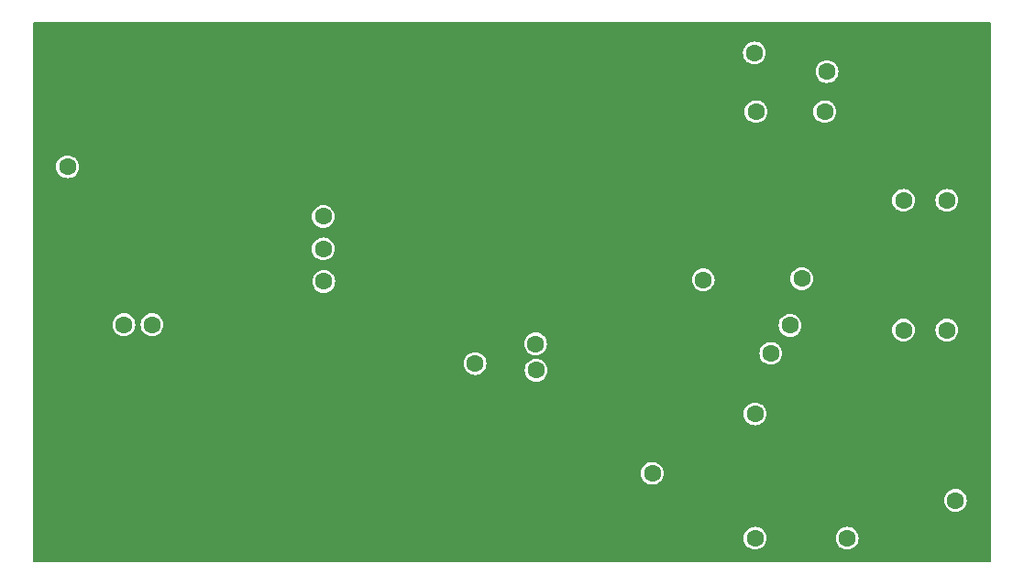
<source format=gbr>
%TF.GenerationSoftware,KiCad,Pcbnew,7.0.7*%
%TF.CreationDate,2023-12-25T15:57:39+03:00*%
%TF.ProjectId,Main_PCB_002,4d61696e-5f50-4434-925f-3030322e6b69,rev?*%
%TF.SameCoordinates,Original*%
%TF.FileFunction,Copper,L2,Bot*%
%TF.FilePolarity,Positive*%
%FSLAX46Y46*%
G04 Gerber Fmt 4.6, Leading zero omitted, Abs format (unit mm)*
G04 Created by KiCad (PCBNEW 7.0.7) date 2023-12-25 15:57:39*
%MOMM*%
%LPD*%
G01*
G04 APERTURE LIST*
%TA.AperFunction,ComponentPad*%
%ADD10C,1.600000*%
%TD*%
G04 APERTURE END LIST*
D10*
%TO.P,D35,1,Conn*%
%TO.N,Net-(D35-Conn)*%
X173200000Y-127250000D03*
%TD*%
%TO.P,D34,1,Conn*%
%TO.N,Net-(D34-Conn)*%
X154700000Y-130750000D03*
%TD*%
%TO.P,D33,1,Conn*%
%TO.N,Net-(D33-Conn)*%
X163200000Y-130750000D03*
%TD*%
%TO.P,D32,1,Conn*%
%TO.N,Net-(D32-Conn)*%
X145200000Y-124750000D03*
%TD*%
%TO.P,D5,1,Conn*%
%TO.N,Net-(D5-Conn)*%
X128838200Y-114600000D03*
%TD*%
%TO.P,D9,1,Conn*%
%TO.N,Net-(D9-Conn)*%
X161331700Y-87603650D03*
%TD*%
%TO.P,D19,1,Conn*%
%TO.N,GND2*%
X96500000Y-115900000D03*
%TD*%
%TO.P,D20,1,Conn*%
%TO.N,Net-(D17-Conn)*%
X114816000Y-101000000D03*
%TD*%
%TO.P,D2,1,Conn*%
%TO.N,Net-(D2-Conn)*%
X172400000Y-99500000D03*
%TD*%
%TO.P,D11,1,Conn*%
%TO.N,GND2*%
X164100000Y-122250000D03*
%TD*%
%TO.P,D1,1,Conn*%
%TO.N,Net-(D1-Conn)*%
X149900000Y-106847600D03*
%TD*%
%TO.P,D17,1,Conn*%
%TO.N,Net-(D17-Conn)*%
X96400000Y-111000000D03*
%TD*%
%TO.P,D3,1,Conn*%
%TO.N,Net-(D3-Conn)*%
X168400000Y-111500000D03*
%TD*%
%TO.P,D14,1,Conn*%
%TO.N,Net-(D14-Conn)*%
X156143950Y-113654800D03*
%TD*%
%TO.P,D22,1,Conn*%
%TO.N,Net-(D22-Conn)*%
X114866800Y-107000000D03*
%TD*%
%TO.P,D15,1,Conn*%
%TO.N,Net-(D15-Conn)*%
X154629300Y-85868050D03*
%TD*%
%TO.P,D26,1,Conn*%
%TO.N,GND2*%
X143500000Y-105000000D03*
%TD*%
%TO.P,D25,1,Conn*%
%TO.N,GND2*%
X121500000Y-93200000D03*
%TD*%
%TO.P,D8,1,Conn*%
%TO.N,Net-(D12-Conn)*%
X134417800Y-112773100D03*
%TD*%
%TO.P,D13,1,Conn*%
%TO.N,Net-(D13-Conn)*%
X157921950Y-111064000D03*
%TD*%
%TO.P,D31,1,Conn*%
%TO.N,GND2*%
X121000000Y-114700000D03*
%TD*%
%TO.P,D29,1,Conn*%
%TO.N,Net-(D29-Conn)*%
X161131700Y-91303650D03*
%TD*%
%TO.P,D7,1,Conn*%
%TO.N,Net-(D3-Conn)*%
X172400000Y-111500000D03*
%TD*%
%TO.P,D24,1,Conn*%
%TO.N,GND2*%
X99100000Y-115900000D03*
%TD*%
%TO.P,D6,1,Conn*%
%TO.N,Net-(D2-Conn)*%
X168400000Y-99500000D03*
%TD*%
%TO.P,D28,1,Conn*%
%TO.N,GND2*%
X91200000Y-109949200D03*
%TD*%
%TO.P,D16,1,Conn*%
%TO.N,Net-(D16-Conn)*%
X159000000Y-106750000D03*
%TD*%
%TO.P,D12,1,Conn*%
%TO.N,Net-(D12-Conn)*%
X134468600Y-115211500D03*
%TD*%
%TO.P,D21,1,Conn*%
%TO.N,Net-(D21-Conn)*%
X114816000Y-104000000D03*
%TD*%
%TO.P,D4,1,Conn*%
%TO.N,Net-(D4-Conn)*%
X154781700Y-91303650D03*
%TD*%
%TO.P,D10,1,Conn*%
%TO.N,Net-(D10-Conn)*%
X154700000Y-119250000D03*
%TD*%
%TO.P,D18,1,Conn*%
%TO.N,Net-(D17-Conn)*%
X99000000Y-111000000D03*
%TD*%
%TO.P,D27,1,Conn*%
%TO.N,Net-(D17-Conn)*%
X91200000Y-96400000D03*
%TD*%
%TO.P,D30,1,Conn*%
%TO.N,GND2*%
X154629300Y-88611250D03*
%TD*%
%TA.AperFunction,Conductor*%
%TO.N,GND2*%
G36*
X176432539Y-83030185D02*
G01*
X176478294Y-83082989D01*
X176489500Y-83134500D01*
X176489500Y-132865500D01*
X176469815Y-132932539D01*
X176417011Y-132978294D01*
X176365500Y-132989500D01*
X88134500Y-132989500D01*
X88067461Y-132969815D01*
X88021706Y-132917011D01*
X88010500Y-132865500D01*
X88010500Y-130749999D01*
X153644417Y-130749999D01*
X153664699Y-130955932D01*
X153664700Y-130955934D01*
X153724768Y-131153954D01*
X153822315Y-131336450D01*
X153822317Y-131336452D01*
X153953589Y-131496410D01*
X154050209Y-131575702D01*
X154113550Y-131627685D01*
X154296046Y-131725232D01*
X154494066Y-131785300D01*
X154494065Y-131785300D01*
X154512529Y-131787118D01*
X154700000Y-131805583D01*
X154905934Y-131785300D01*
X155103954Y-131725232D01*
X155286450Y-131627685D01*
X155446410Y-131496410D01*
X155577685Y-131336450D01*
X155675232Y-131153954D01*
X155735300Y-130955934D01*
X155755583Y-130750000D01*
X155755583Y-130749999D01*
X162144417Y-130749999D01*
X162164699Y-130955932D01*
X162164700Y-130955934D01*
X162224768Y-131153954D01*
X162322315Y-131336450D01*
X162322317Y-131336452D01*
X162453589Y-131496410D01*
X162550209Y-131575702D01*
X162613550Y-131627685D01*
X162796046Y-131725232D01*
X162994066Y-131785300D01*
X162994065Y-131785300D01*
X163012529Y-131787118D01*
X163200000Y-131805583D01*
X163405934Y-131785300D01*
X163603954Y-131725232D01*
X163786450Y-131627685D01*
X163946410Y-131496410D01*
X164077685Y-131336450D01*
X164175232Y-131153954D01*
X164235300Y-130955934D01*
X164255583Y-130750000D01*
X164235300Y-130544066D01*
X164175232Y-130346046D01*
X164077685Y-130163550D01*
X164025702Y-130100209D01*
X163946410Y-130003589D01*
X163786452Y-129872317D01*
X163786453Y-129872317D01*
X163786450Y-129872315D01*
X163603954Y-129774768D01*
X163405934Y-129714700D01*
X163405932Y-129714699D01*
X163405934Y-129714699D01*
X163200000Y-129694417D01*
X162994067Y-129714699D01*
X162796043Y-129774769D01*
X162685897Y-129833643D01*
X162613550Y-129872315D01*
X162613548Y-129872316D01*
X162613547Y-129872317D01*
X162453589Y-130003589D01*
X162322317Y-130163547D01*
X162224769Y-130346043D01*
X162164699Y-130544067D01*
X162144417Y-130749999D01*
X155755583Y-130749999D01*
X155735300Y-130544066D01*
X155675232Y-130346046D01*
X155577685Y-130163550D01*
X155525702Y-130100209D01*
X155446410Y-130003589D01*
X155286452Y-129872317D01*
X155286453Y-129872317D01*
X155286450Y-129872315D01*
X155103954Y-129774768D01*
X154905934Y-129714700D01*
X154905932Y-129714699D01*
X154905934Y-129714699D01*
X154700000Y-129694417D01*
X154494067Y-129714699D01*
X154296043Y-129774769D01*
X154185897Y-129833643D01*
X154113550Y-129872315D01*
X154113548Y-129872316D01*
X154113547Y-129872317D01*
X153953589Y-130003589D01*
X153822317Y-130163547D01*
X153724769Y-130346043D01*
X153664699Y-130544067D01*
X153644417Y-130749999D01*
X88010500Y-130749999D01*
X88010500Y-127249999D01*
X172144417Y-127249999D01*
X172164699Y-127455932D01*
X172164700Y-127455934D01*
X172224768Y-127653954D01*
X172322315Y-127836450D01*
X172322317Y-127836452D01*
X172453589Y-127996410D01*
X172550209Y-128075702D01*
X172613550Y-128127685D01*
X172796046Y-128225232D01*
X172994066Y-128285300D01*
X172994065Y-128285300D01*
X173012529Y-128287118D01*
X173200000Y-128305583D01*
X173405934Y-128285300D01*
X173603954Y-128225232D01*
X173786450Y-128127685D01*
X173946410Y-127996410D01*
X174077685Y-127836450D01*
X174175232Y-127653954D01*
X174235300Y-127455934D01*
X174255583Y-127250000D01*
X174235300Y-127044066D01*
X174175232Y-126846046D01*
X174077685Y-126663550D01*
X174025702Y-126600209D01*
X173946410Y-126503589D01*
X173786452Y-126372317D01*
X173786453Y-126372317D01*
X173786450Y-126372315D01*
X173603954Y-126274768D01*
X173405934Y-126214700D01*
X173405932Y-126214699D01*
X173405934Y-126214699D01*
X173200000Y-126194417D01*
X172994067Y-126214699D01*
X172796043Y-126274769D01*
X172685897Y-126333643D01*
X172613550Y-126372315D01*
X172613548Y-126372316D01*
X172613547Y-126372317D01*
X172453589Y-126503589D01*
X172322317Y-126663547D01*
X172224769Y-126846043D01*
X172164699Y-127044067D01*
X172144417Y-127249999D01*
X88010500Y-127249999D01*
X88010500Y-124750000D01*
X144144417Y-124750000D01*
X144164699Y-124955932D01*
X144164700Y-124955934D01*
X144224768Y-125153954D01*
X144322315Y-125336450D01*
X144322317Y-125336452D01*
X144453589Y-125496410D01*
X144550209Y-125575702D01*
X144613550Y-125627685D01*
X144796046Y-125725232D01*
X144994066Y-125785300D01*
X144994065Y-125785300D01*
X145012529Y-125787118D01*
X145200000Y-125805583D01*
X145405934Y-125785300D01*
X145603954Y-125725232D01*
X145786450Y-125627685D01*
X145946410Y-125496410D01*
X146077685Y-125336450D01*
X146175232Y-125153954D01*
X146235300Y-124955934D01*
X146255583Y-124750000D01*
X146235300Y-124544066D01*
X146175232Y-124346046D01*
X146077685Y-124163550D01*
X146025702Y-124100209D01*
X145946410Y-124003589D01*
X145786452Y-123872317D01*
X145786453Y-123872317D01*
X145786450Y-123872315D01*
X145603954Y-123774768D01*
X145405934Y-123714700D01*
X145405932Y-123714699D01*
X145405934Y-123714699D01*
X145218463Y-123696235D01*
X145200000Y-123694417D01*
X145199999Y-123694417D01*
X144994067Y-123714699D01*
X144796043Y-123774769D01*
X144685897Y-123833643D01*
X144613550Y-123872315D01*
X144613548Y-123872316D01*
X144613547Y-123872317D01*
X144453589Y-124003589D01*
X144322317Y-124163547D01*
X144224769Y-124346043D01*
X144164699Y-124544067D01*
X144144417Y-124750000D01*
X88010500Y-124750000D01*
X88010500Y-119250000D01*
X153644417Y-119250000D01*
X153664699Y-119455932D01*
X153664700Y-119455934D01*
X153724768Y-119653954D01*
X153822315Y-119836450D01*
X153822317Y-119836452D01*
X153953589Y-119996410D01*
X154050209Y-120075702D01*
X154113550Y-120127685D01*
X154296046Y-120225232D01*
X154494066Y-120285300D01*
X154494065Y-120285300D01*
X154512529Y-120287118D01*
X154700000Y-120305583D01*
X154905934Y-120285300D01*
X155103954Y-120225232D01*
X155286450Y-120127685D01*
X155446410Y-119996410D01*
X155577685Y-119836450D01*
X155675232Y-119653954D01*
X155735300Y-119455934D01*
X155755583Y-119250000D01*
X155735300Y-119044066D01*
X155675232Y-118846046D01*
X155577685Y-118663550D01*
X155525702Y-118600209D01*
X155446410Y-118503589D01*
X155286452Y-118372317D01*
X155286453Y-118372317D01*
X155286450Y-118372315D01*
X155103954Y-118274768D01*
X154905934Y-118214700D01*
X154905932Y-118214699D01*
X154905934Y-118214699D01*
X154700000Y-118194417D01*
X154494067Y-118214699D01*
X154296043Y-118274769D01*
X154185897Y-118333643D01*
X154113550Y-118372315D01*
X154113548Y-118372316D01*
X154113547Y-118372317D01*
X153953589Y-118503589D01*
X153822317Y-118663547D01*
X153724769Y-118846043D01*
X153664699Y-119044067D01*
X153644417Y-119250000D01*
X88010500Y-119250000D01*
X88010500Y-114600000D01*
X127782617Y-114600000D01*
X127802899Y-114805932D01*
X127802900Y-114805934D01*
X127862968Y-115003954D01*
X127960515Y-115186450D01*
X127960517Y-115186452D01*
X128091789Y-115346410D01*
X128188409Y-115425702D01*
X128251750Y-115477685D01*
X128434246Y-115575232D01*
X128632266Y-115635300D01*
X128632265Y-115635300D01*
X128650729Y-115637118D01*
X128838200Y-115655583D01*
X129044134Y-115635300D01*
X129242154Y-115575232D01*
X129424650Y-115477685D01*
X129584610Y-115346410D01*
X129695328Y-115211499D01*
X133413017Y-115211499D01*
X133433299Y-115417432D01*
X133433300Y-115417434D01*
X133493368Y-115615454D01*
X133590915Y-115797950D01*
X133590917Y-115797952D01*
X133722189Y-115957910D01*
X133818809Y-116037202D01*
X133882150Y-116089185D01*
X134064646Y-116186732D01*
X134262666Y-116246800D01*
X134262665Y-116246800D01*
X134281129Y-116248618D01*
X134468600Y-116267083D01*
X134674534Y-116246800D01*
X134872554Y-116186732D01*
X135055050Y-116089185D01*
X135215010Y-115957910D01*
X135346285Y-115797950D01*
X135443832Y-115615454D01*
X135503900Y-115417434D01*
X135524183Y-115211500D01*
X135503900Y-115005566D01*
X135443832Y-114807546D01*
X135346285Y-114625050D01*
X135294302Y-114561709D01*
X135215010Y-114465089D01*
X135055052Y-114333817D01*
X135055053Y-114333817D01*
X135055050Y-114333815D01*
X134872554Y-114236268D01*
X134674534Y-114176200D01*
X134674532Y-114176199D01*
X134674534Y-114176199D01*
X134468600Y-114155917D01*
X134262667Y-114176199D01*
X134064643Y-114236269D01*
X133954498Y-114295143D01*
X133882150Y-114333815D01*
X133882148Y-114333816D01*
X133882147Y-114333817D01*
X133722189Y-114465089D01*
X133590917Y-114625047D01*
X133493369Y-114807543D01*
X133433299Y-115005567D01*
X133413017Y-115211499D01*
X129695328Y-115211499D01*
X129715885Y-115186450D01*
X129813432Y-115003954D01*
X129873500Y-114805934D01*
X129893783Y-114600000D01*
X129873500Y-114394066D01*
X129813432Y-114196046D01*
X129715885Y-114013550D01*
X129663902Y-113950209D01*
X129584610Y-113853589D01*
X129456352Y-113748332D01*
X129424650Y-113722315D01*
X129242154Y-113624768D01*
X129044134Y-113564700D01*
X129044132Y-113564699D01*
X129044134Y-113564699D01*
X128838200Y-113544417D01*
X128632267Y-113564699D01*
X128434243Y-113624769D01*
X128324098Y-113683643D01*
X128251750Y-113722315D01*
X128251748Y-113722316D01*
X128251747Y-113722317D01*
X128091789Y-113853589D01*
X127960517Y-114013547D01*
X127862969Y-114196043D01*
X127802899Y-114394067D01*
X127782617Y-114600000D01*
X88010500Y-114600000D01*
X88010500Y-112773100D01*
X133362217Y-112773100D01*
X133362613Y-112777117D01*
X133382499Y-112979032D01*
X133382500Y-112979034D01*
X133442568Y-113177054D01*
X133540115Y-113359550D01*
X133540117Y-113359552D01*
X133671389Y-113519510D01*
X133768009Y-113598802D01*
X133831350Y-113650785D01*
X134013846Y-113748332D01*
X134211866Y-113808400D01*
X134211865Y-113808400D01*
X134230329Y-113810218D01*
X134417800Y-113828683D01*
X134623734Y-113808400D01*
X134821754Y-113748332D01*
X134996739Y-113654800D01*
X155088367Y-113654800D01*
X155108649Y-113860732D01*
X155108650Y-113860734D01*
X155168718Y-114058754D01*
X155266265Y-114241250D01*
X155266267Y-114241252D01*
X155397539Y-114401210D01*
X155475377Y-114465089D01*
X155557500Y-114532485D01*
X155739996Y-114630032D01*
X155938016Y-114690100D01*
X155938015Y-114690100D01*
X155958297Y-114692097D01*
X156143950Y-114710383D01*
X156349884Y-114690100D01*
X156547904Y-114630032D01*
X156730400Y-114532485D01*
X156890360Y-114401210D01*
X157021635Y-114241250D01*
X157119182Y-114058754D01*
X157179250Y-113860734D01*
X157199533Y-113654800D01*
X157179250Y-113448866D01*
X157119182Y-113250846D01*
X157021635Y-113068350D01*
X156948334Y-112979032D01*
X156890360Y-112908389D01*
X156730402Y-112777117D01*
X156730403Y-112777117D01*
X156730400Y-112777115D01*
X156547904Y-112679568D01*
X156349884Y-112619500D01*
X156349882Y-112619499D01*
X156349884Y-112619499D01*
X156162413Y-112601035D01*
X156143950Y-112599217D01*
X156143949Y-112599217D01*
X155938017Y-112619499D01*
X155739993Y-112679569D01*
X155629848Y-112738443D01*
X155557500Y-112777115D01*
X155557498Y-112777116D01*
X155557497Y-112777117D01*
X155397539Y-112908389D01*
X155266267Y-113068347D01*
X155168719Y-113250843D01*
X155108649Y-113448867D01*
X155088367Y-113654800D01*
X134996739Y-113654800D01*
X135004250Y-113650785D01*
X135164210Y-113519510D01*
X135295485Y-113359550D01*
X135393032Y-113177054D01*
X135453100Y-112979034D01*
X135473383Y-112773100D01*
X135453100Y-112567166D01*
X135393032Y-112369146D01*
X135295485Y-112186650D01*
X135213255Y-112086452D01*
X135164210Y-112026689D01*
X135004252Y-111895417D01*
X135004253Y-111895417D01*
X135004250Y-111895415D01*
X134821754Y-111797868D01*
X134623734Y-111737800D01*
X134623732Y-111737799D01*
X134623734Y-111737799D01*
X134436263Y-111719335D01*
X134417800Y-111717517D01*
X134417799Y-111717517D01*
X134211867Y-111737799D01*
X134013843Y-111797869D01*
X133903698Y-111856743D01*
X133831350Y-111895415D01*
X133831348Y-111895416D01*
X133831347Y-111895417D01*
X133671389Y-112026689D01*
X133540117Y-112186647D01*
X133442569Y-112369143D01*
X133382499Y-112567167D01*
X133377345Y-112619500D01*
X133362217Y-112773100D01*
X88010500Y-112773100D01*
X88010500Y-110999999D01*
X95344417Y-110999999D01*
X95364699Y-111205932D01*
X95394734Y-111304943D01*
X95424768Y-111403954D01*
X95522315Y-111586450D01*
X95522317Y-111586452D01*
X95653589Y-111746410D01*
X95750209Y-111825702D01*
X95813550Y-111877685D01*
X95996046Y-111975232D01*
X96194066Y-112035300D01*
X96194065Y-112035300D01*
X96212529Y-112037118D01*
X96400000Y-112055583D01*
X96605934Y-112035300D01*
X96803954Y-111975232D01*
X96986450Y-111877685D01*
X97146410Y-111746410D01*
X97277685Y-111586450D01*
X97375232Y-111403954D01*
X97435300Y-111205934D01*
X97455583Y-111000000D01*
X97944417Y-111000000D01*
X97964699Y-111205932D01*
X97994734Y-111304943D01*
X98024768Y-111403954D01*
X98122315Y-111586450D01*
X98122317Y-111586452D01*
X98253589Y-111746410D01*
X98350209Y-111825702D01*
X98413550Y-111877685D01*
X98596046Y-111975232D01*
X98794066Y-112035300D01*
X98794065Y-112035300D01*
X98814347Y-112037297D01*
X99000000Y-112055583D01*
X99205934Y-112035300D01*
X99403954Y-111975232D01*
X99586450Y-111877685D01*
X99746410Y-111746410D01*
X99877685Y-111586450D01*
X99975232Y-111403954D01*
X100035300Y-111205934D01*
X100049280Y-111063999D01*
X156866367Y-111063999D01*
X156886649Y-111269932D01*
X156916684Y-111368943D01*
X156946718Y-111467954D01*
X157044265Y-111650450D01*
X157044267Y-111650452D01*
X157175539Y-111810410D01*
X157257512Y-111877682D01*
X157335500Y-111941685D01*
X157517996Y-112039232D01*
X157716016Y-112099300D01*
X157716015Y-112099300D01*
X157736298Y-112101297D01*
X157921950Y-112119583D01*
X158127884Y-112099300D01*
X158325904Y-112039232D01*
X158508400Y-111941685D01*
X158668360Y-111810410D01*
X158799635Y-111650450D01*
X158880053Y-111500000D01*
X167344417Y-111500000D01*
X167364699Y-111705932D01*
X167374366Y-111737799D01*
X167424768Y-111903954D01*
X167522315Y-112086450D01*
X167522317Y-112086452D01*
X167653589Y-112246410D01*
X167750209Y-112325702D01*
X167813550Y-112377685D01*
X167996046Y-112475232D01*
X168194066Y-112535300D01*
X168194065Y-112535300D01*
X168214348Y-112537297D01*
X168400000Y-112555583D01*
X168605934Y-112535300D01*
X168803954Y-112475232D01*
X168986450Y-112377685D01*
X169146410Y-112246410D01*
X169277685Y-112086450D01*
X169375232Y-111903954D01*
X169435300Y-111705934D01*
X169455583Y-111500000D01*
X171344417Y-111500000D01*
X171364699Y-111705932D01*
X171374366Y-111737799D01*
X171424768Y-111903954D01*
X171522315Y-112086450D01*
X171522317Y-112086452D01*
X171653589Y-112246410D01*
X171750209Y-112325702D01*
X171813550Y-112377685D01*
X171996046Y-112475232D01*
X172194066Y-112535300D01*
X172194065Y-112535300D01*
X172214348Y-112537297D01*
X172400000Y-112555583D01*
X172605934Y-112535300D01*
X172803954Y-112475232D01*
X172986450Y-112377685D01*
X173146410Y-112246410D01*
X173277685Y-112086450D01*
X173375232Y-111903954D01*
X173435300Y-111705934D01*
X173455583Y-111500000D01*
X173435300Y-111294066D01*
X173375232Y-111096046D01*
X173277685Y-110913550D01*
X173225702Y-110850209D01*
X173146410Y-110753589D01*
X172986452Y-110622317D01*
X172986453Y-110622317D01*
X172986450Y-110622315D01*
X172803954Y-110524768D01*
X172605934Y-110464700D01*
X172605932Y-110464699D01*
X172605934Y-110464699D01*
X172400000Y-110444417D01*
X172194067Y-110464699D01*
X171996043Y-110524769D01*
X171885897Y-110583643D01*
X171813550Y-110622315D01*
X171813548Y-110622316D01*
X171813547Y-110622317D01*
X171653589Y-110753589D01*
X171522317Y-110913547D01*
X171424769Y-111096043D01*
X171364699Y-111294067D01*
X171344417Y-111500000D01*
X169455583Y-111500000D01*
X169435300Y-111294066D01*
X169375232Y-111096046D01*
X169277685Y-110913550D01*
X169225702Y-110850209D01*
X169146410Y-110753589D01*
X168986452Y-110622317D01*
X168986453Y-110622317D01*
X168986450Y-110622315D01*
X168803954Y-110524768D01*
X168605934Y-110464700D01*
X168605932Y-110464699D01*
X168605934Y-110464699D01*
X168418463Y-110446235D01*
X168400000Y-110444417D01*
X168399999Y-110444417D01*
X168194067Y-110464699D01*
X167996043Y-110524769D01*
X167885897Y-110583643D01*
X167813550Y-110622315D01*
X167813548Y-110622316D01*
X167813547Y-110622317D01*
X167653589Y-110753589D01*
X167522317Y-110913547D01*
X167424769Y-111096043D01*
X167364699Y-111294067D01*
X167344417Y-111500000D01*
X158880053Y-111500000D01*
X158897182Y-111467954D01*
X158957250Y-111269934D01*
X158977533Y-111064000D01*
X158957250Y-110858066D01*
X158897182Y-110660046D01*
X158799635Y-110477550D01*
X158747109Y-110413547D01*
X158668360Y-110317589D01*
X158508402Y-110186317D01*
X158508403Y-110186317D01*
X158508400Y-110186315D01*
X158325904Y-110088768D01*
X158127884Y-110028700D01*
X158127882Y-110028699D01*
X158127884Y-110028699D01*
X157921950Y-110008417D01*
X157716017Y-110028699D01*
X157517993Y-110088769D01*
X157407848Y-110147643D01*
X157335500Y-110186315D01*
X157335498Y-110186316D01*
X157335497Y-110186317D01*
X157175539Y-110317589D01*
X157044267Y-110477547D01*
X156946719Y-110660043D01*
X156886649Y-110858067D01*
X156866367Y-111063999D01*
X100049280Y-111063999D01*
X100055583Y-111000000D01*
X100035300Y-110794066D01*
X99975232Y-110596046D01*
X99877685Y-110413550D01*
X99798933Y-110317590D01*
X99746410Y-110253589D01*
X99586452Y-110122317D01*
X99586453Y-110122317D01*
X99586450Y-110122315D01*
X99403954Y-110024768D01*
X99205934Y-109964700D01*
X99205932Y-109964699D01*
X99205934Y-109964699D01*
X99018463Y-109946235D01*
X99000000Y-109944417D01*
X98999999Y-109944417D01*
X98794067Y-109964699D01*
X98596043Y-110024769D01*
X98485897Y-110083643D01*
X98413550Y-110122315D01*
X98413548Y-110122316D01*
X98413547Y-110122317D01*
X98253589Y-110253589D01*
X98122317Y-110413547D01*
X98024769Y-110596043D01*
X97964699Y-110794067D01*
X97944417Y-111000000D01*
X97455583Y-111000000D01*
X97435300Y-110794066D01*
X97375232Y-110596046D01*
X97277685Y-110413550D01*
X97198933Y-110317590D01*
X97146410Y-110253589D01*
X96986452Y-110122317D01*
X96986453Y-110122317D01*
X96986450Y-110122315D01*
X96803954Y-110024768D01*
X96605934Y-109964700D01*
X96605932Y-109964699D01*
X96605934Y-109964699D01*
X96400000Y-109944417D01*
X96194067Y-109964699D01*
X95996043Y-110024769D01*
X95885897Y-110083643D01*
X95813550Y-110122315D01*
X95813548Y-110122316D01*
X95813547Y-110122317D01*
X95653589Y-110253589D01*
X95522317Y-110413547D01*
X95424769Y-110596043D01*
X95364699Y-110794067D01*
X95344417Y-110999999D01*
X88010500Y-110999999D01*
X88010500Y-106999999D01*
X113811217Y-106999999D01*
X113831499Y-107205932D01*
X113845339Y-107251556D01*
X113891568Y-107403954D01*
X113989115Y-107586450D01*
X114022953Y-107627682D01*
X114120389Y-107746410D01*
X114192493Y-107805583D01*
X114280350Y-107877685D01*
X114462846Y-107975232D01*
X114660866Y-108035300D01*
X114660865Y-108035300D01*
X114681148Y-108037297D01*
X114866800Y-108055583D01*
X115072734Y-108035300D01*
X115270754Y-107975232D01*
X115453250Y-107877685D01*
X115613210Y-107746410D01*
X115744485Y-107586450D01*
X115842032Y-107403954D01*
X115902100Y-107205934D01*
X115922383Y-107000000D01*
X115907373Y-106847600D01*
X148844417Y-106847600D01*
X148864699Y-107053532D01*
X148864700Y-107053534D01*
X148924768Y-107251554D01*
X149022315Y-107434050D01*
X149022317Y-107434052D01*
X149153589Y-107594010D01*
X149194623Y-107627685D01*
X149313550Y-107725285D01*
X149496046Y-107822832D01*
X149694066Y-107882900D01*
X149694065Y-107882900D01*
X149712529Y-107884718D01*
X149900000Y-107903183D01*
X150105934Y-107882900D01*
X150303954Y-107822832D01*
X150486450Y-107725285D01*
X150646410Y-107594010D01*
X150777685Y-107434050D01*
X150875232Y-107251554D01*
X150935300Y-107053534D01*
X150955583Y-106847600D01*
X150945970Y-106749999D01*
X157944417Y-106749999D01*
X157964699Y-106955932D01*
X157964700Y-106955934D01*
X158024768Y-107153954D01*
X158122315Y-107336450D01*
X158122317Y-107336452D01*
X158253589Y-107496410D01*
X158350209Y-107575702D01*
X158413550Y-107627685D01*
X158596046Y-107725232D01*
X158794066Y-107785300D01*
X158794065Y-107785300D01*
X158812529Y-107787118D01*
X159000000Y-107805583D01*
X159205934Y-107785300D01*
X159403954Y-107725232D01*
X159586450Y-107627685D01*
X159746410Y-107496410D01*
X159877685Y-107336450D01*
X159975232Y-107153954D01*
X160035300Y-106955934D01*
X160055583Y-106750000D01*
X160035300Y-106544066D01*
X159975232Y-106346046D01*
X159877685Y-106163550D01*
X159825702Y-106100209D01*
X159746410Y-106003589D01*
X159628677Y-105906969D01*
X159586450Y-105872315D01*
X159403954Y-105774768D01*
X159205934Y-105714700D01*
X159205932Y-105714699D01*
X159205934Y-105714699D01*
X159000000Y-105694417D01*
X158794067Y-105714699D01*
X158596043Y-105774769D01*
X158525831Y-105812299D01*
X158413550Y-105872315D01*
X158413548Y-105872316D01*
X158413547Y-105872317D01*
X158253589Y-106003589D01*
X158122317Y-106163547D01*
X158024769Y-106346043D01*
X157964699Y-106544067D01*
X157944417Y-106749999D01*
X150945970Y-106749999D01*
X150935300Y-106641666D01*
X150875232Y-106443646D01*
X150777685Y-106261150D01*
X150725702Y-106197809D01*
X150646410Y-106101189D01*
X150486452Y-105969917D01*
X150486453Y-105969917D01*
X150486450Y-105969915D01*
X150303954Y-105872368D01*
X150105934Y-105812300D01*
X150105932Y-105812299D01*
X150105934Y-105812299D01*
X149918463Y-105793835D01*
X149900000Y-105792017D01*
X149899999Y-105792017D01*
X149694067Y-105812299D01*
X149496043Y-105872369D01*
X149385897Y-105931243D01*
X149313550Y-105969915D01*
X149313548Y-105969916D01*
X149313547Y-105969917D01*
X149153589Y-106101189D01*
X149022317Y-106261147D01*
X148924769Y-106443643D01*
X148864699Y-106641667D01*
X148844417Y-106847600D01*
X115907373Y-106847600D01*
X115902100Y-106794066D01*
X115842032Y-106596046D01*
X115744485Y-106413550D01*
X115689084Y-106346043D01*
X115613210Y-106253589D01*
X115453252Y-106122317D01*
X115453253Y-106122317D01*
X115453250Y-106122315D01*
X115270754Y-106024768D01*
X115072734Y-105964700D01*
X115072732Y-105964699D01*
X115072734Y-105964699D01*
X114866800Y-105944417D01*
X114660867Y-105964699D01*
X114462843Y-106024769D01*
X114352698Y-106083643D01*
X114280350Y-106122315D01*
X114280348Y-106122316D01*
X114280347Y-106122317D01*
X114120389Y-106253589D01*
X113989117Y-106413547D01*
X113891569Y-106596043D01*
X113831499Y-106794067D01*
X113811217Y-106999999D01*
X88010500Y-106999999D01*
X88010500Y-104000000D01*
X113760417Y-104000000D01*
X113780699Y-104205932D01*
X113780700Y-104205934D01*
X113840768Y-104403954D01*
X113938315Y-104586450D01*
X113938317Y-104586452D01*
X114069589Y-104746410D01*
X114166209Y-104825702D01*
X114229550Y-104877685D01*
X114412046Y-104975232D01*
X114610066Y-105035300D01*
X114610065Y-105035300D01*
X114628529Y-105037118D01*
X114816000Y-105055583D01*
X115021934Y-105035300D01*
X115219954Y-104975232D01*
X115402450Y-104877685D01*
X115562410Y-104746410D01*
X115693685Y-104586450D01*
X115791232Y-104403954D01*
X115851300Y-104205934D01*
X115871583Y-104000000D01*
X115851300Y-103794066D01*
X115791232Y-103596046D01*
X115693685Y-103413550D01*
X115641702Y-103350209D01*
X115562410Y-103253589D01*
X115402452Y-103122317D01*
X115402453Y-103122317D01*
X115402450Y-103122315D01*
X115219954Y-103024768D01*
X115021934Y-102964700D01*
X115021932Y-102964699D01*
X115021934Y-102964699D01*
X114816000Y-102944417D01*
X114610067Y-102964699D01*
X114412043Y-103024769D01*
X114301897Y-103083643D01*
X114229550Y-103122315D01*
X114229548Y-103122316D01*
X114229547Y-103122317D01*
X114069589Y-103253589D01*
X113938317Y-103413547D01*
X113840769Y-103596043D01*
X113780699Y-103794067D01*
X113760417Y-104000000D01*
X88010500Y-104000000D01*
X88010500Y-100999999D01*
X113760417Y-100999999D01*
X113780699Y-101205932D01*
X113780700Y-101205934D01*
X113840768Y-101403954D01*
X113938315Y-101586450D01*
X113938317Y-101586452D01*
X114069589Y-101746410D01*
X114166209Y-101825702D01*
X114229550Y-101877685D01*
X114412046Y-101975232D01*
X114610066Y-102035300D01*
X114610065Y-102035300D01*
X114628529Y-102037118D01*
X114816000Y-102055583D01*
X115021934Y-102035300D01*
X115219954Y-101975232D01*
X115402450Y-101877685D01*
X115562410Y-101746410D01*
X115693685Y-101586450D01*
X115791232Y-101403954D01*
X115851300Y-101205934D01*
X115871583Y-101000000D01*
X115851300Y-100794066D01*
X115791232Y-100596046D01*
X115693685Y-100413550D01*
X115641702Y-100350209D01*
X115562410Y-100253589D01*
X115402452Y-100122317D01*
X115402453Y-100122317D01*
X115402450Y-100122315D01*
X115219954Y-100024768D01*
X115021934Y-99964700D01*
X115021932Y-99964699D01*
X115021934Y-99964699D01*
X114816000Y-99944417D01*
X114610067Y-99964699D01*
X114412043Y-100024769D01*
X114301897Y-100083643D01*
X114229550Y-100122315D01*
X114229548Y-100122316D01*
X114229547Y-100122317D01*
X114069589Y-100253589D01*
X113938317Y-100413547D01*
X113840769Y-100596043D01*
X113780699Y-100794067D01*
X113760417Y-100999999D01*
X88010500Y-100999999D01*
X88010500Y-99500000D01*
X167344417Y-99500000D01*
X167364699Y-99705932D01*
X167364700Y-99705934D01*
X167424768Y-99903954D01*
X167522315Y-100086450D01*
X167551750Y-100122317D01*
X167653589Y-100246410D01*
X167750209Y-100325702D01*
X167813550Y-100377685D01*
X167996046Y-100475232D01*
X168194066Y-100535300D01*
X168194065Y-100535300D01*
X168212529Y-100537118D01*
X168400000Y-100555583D01*
X168605934Y-100535300D01*
X168803954Y-100475232D01*
X168986450Y-100377685D01*
X169146410Y-100246410D01*
X169277685Y-100086450D01*
X169375232Y-99903954D01*
X169435300Y-99705934D01*
X169455583Y-99500000D01*
X171344417Y-99500000D01*
X171364699Y-99705932D01*
X171364700Y-99705934D01*
X171424768Y-99903954D01*
X171522315Y-100086450D01*
X171551750Y-100122317D01*
X171653589Y-100246410D01*
X171750209Y-100325702D01*
X171813550Y-100377685D01*
X171996046Y-100475232D01*
X172194066Y-100535300D01*
X172194065Y-100535300D01*
X172214348Y-100537297D01*
X172400000Y-100555583D01*
X172605934Y-100535300D01*
X172803954Y-100475232D01*
X172986450Y-100377685D01*
X173146410Y-100246410D01*
X173277685Y-100086450D01*
X173375232Y-99903954D01*
X173435300Y-99705934D01*
X173455583Y-99500000D01*
X173435300Y-99294066D01*
X173375232Y-99096046D01*
X173277685Y-98913550D01*
X173225702Y-98850209D01*
X173146410Y-98753589D01*
X172986452Y-98622317D01*
X172986453Y-98622317D01*
X172986450Y-98622315D01*
X172803954Y-98524768D01*
X172605934Y-98464700D01*
X172605932Y-98464699D01*
X172605934Y-98464699D01*
X172418463Y-98446235D01*
X172400000Y-98444417D01*
X172399999Y-98444417D01*
X172194067Y-98464699D01*
X171996043Y-98524769D01*
X171885897Y-98583643D01*
X171813550Y-98622315D01*
X171813548Y-98622316D01*
X171813547Y-98622317D01*
X171653589Y-98753589D01*
X171522317Y-98913547D01*
X171424769Y-99096043D01*
X171364699Y-99294067D01*
X171344417Y-99500000D01*
X169455583Y-99500000D01*
X169435300Y-99294066D01*
X169375232Y-99096046D01*
X169277685Y-98913550D01*
X169225702Y-98850209D01*
X169146410Y-98753589D01*
X168986452Y-98622317D01*
X168986453Y-98622317D01*
X168986450Y-98622315D01*
X168803954Y-98524768D01*
X168605934Y-98464700D01*
X168605932Y-98464699D01*
X168605934Y-98464699D01*
X168418463Y-98446235D01*
X168400000Y-98444417D01*
X168399999Y-98444417D01*
X168194067Y-98464699D01*
X167996043Y-98524769D01*
X167885897Y-98583643D01*
X167813550Y-98622315D01*
X167813548Y-98622316D01*
X167813547Y-98622317D01*
X167653589Y-98753589D01*
X167522317Y-98913547D01*
X167424769Y-99096043D01*
X167364699Y-99294067D01*
X167344417Y-99500000D01*
X88010500Y-99500000D01*
X88010500Y-96399999D01*
X90144417Y-96399999D01*
X90164699Y-96605932D01*
X90164700Y-96605934D01*
X90224768Y-96803954D01*
X90322315Y-96986450D01*
X90322317Y-96986452D01*
X90453589Y-97146410D01*
X90550209Y-97225702D01*
X90613550Y-97277685D01*
X90796046Y-97375232D01*
X90994066Y-97435300D01*
X90994065Y-97435300D01*
X91012529Y-97437118D01*
X91200000Y-97455583D01*
X91405934Y-97435300D01*
X91603954Y-97375232D01*
X91786450Y-97277685D01*
X91946410Y-97146410D01*
X92077685Y-96986450D01*
X92175232Y-96803954D01*
X92235300Y-96605934D01*
X92255583Y-96400000D01*
X92235300Y-96194066D01*
X92175232Y-95996046D01*
X92077685Y-95813550D01*
X92025702Y-95750209D01*
X91946410Y-95653589D01*
X91786452Y-95522317D01*
X91786453Y-95522317D01*
X91786450Y-95522315D01*
X91603954Y-95424768D01*
X91405934Y-95364700D01*
X91405932Y-95364699D01*
X91405934Y-95364699D01*
X91200000Y-95344417D01*
X90994067Y-95364699D01*
X90796043Y-95424769D01*
X90685897Y-95483643D01*
X90613550Y-95522315D01*
X90613548Y-95522316D01*
X90613547Y-95522317D01*
X90453589Y-95653589D01*
X90322317Y-95813547D01*
X90224769Y-95996043D01*
X90164699Y-96194067D01*
X90144417Y-96399999D01*
X88010500Y-96399999D01*
X88010500Y-91303650D01*
X153726117Y-91303650D01*
X153746399Y-91509582D01*
X153746400Y-91509584D01*
X153806468Y-91707604D01*
X153904015Y-91890100D01*
X153904017Y-91890102D01*
X154035289Y-92050060D01*
X154131909Y-92129352D01*
X154195250Y-92181335D01*
X154377746Y-92278882D01*
X154575766Y-92338950D01*
X154575765Y-92338950D01*
X154594229Y-92340768D01*
X154781700Y-92359233D01*
X154987634Y-92338950D01*
X155185654Y-92278882D01*
X155368150Y-92181335D01*
X155528110Y-92050060D01*
X155659385Y-91890100D01*
X155756932Y-91707604D01*
X155817000Y-91509584D01*
X155837283Y-91303650D01*
X155837283Y-91303649D01*
X160076117Y-91303649D01*
X160096399Y-91509582D01*
X160096400Y-91509584D01*
X160156468Y-91707604D01*
X160254015Y-91890100D01*
X160254017Y-91890102D01*
X160385289Y-92050060D01*
X160481909Y-92129352D01*
X160545250Y-92181335D01*
X160727746Y-92278882D01*
X160925766Y-92338950D01*
X160925765Y-92338950D01*
X160944229Y-92340768D01*
X161131700Y-92359233D01*
X161337634Y-92338950D01*
X161535654Y-92278882D01*
X161718150Y-92181335D01*
X161878110Y-92050060D01*
X162009385Y-91890100D01*
X162106932Y-91707604D01*
X162167000Y-91509584D01*
X162187283Y-91303650D01*
X162167000Y-91097716D01*
X162106932Y-90899696D01*
X162009385Y-90717200D01*
X161957402Y-90653859D01*
X161878110Y-90557239D01*
X161718152Y-90425967D01*
X161718153Y-90425967D01*
X161718150Y-90425965D01*
X161535654Y-90328418D01*
X161337634Y-90268350D01*
X161337632Y-90268349D01*
X161337634Y-90268349D01*
X161150163Y-90249885D01*
X161131700Y-90248067D01*
X161131699Y-90248067D01*
X160925767Y-90268349D01*
X160727743Y-90328419D01*
X160617597Y-90387293D01*
X160545250Y-90425965D01*
X160545248Y-90425966D01*
X160545247Y-90425967D01*
X160385289Y-90557239D01*
X160254017Y-90717197D01*
X160156469Y-90899693D01*
X160096399Y-91097717D01*
X160076117Y-91303649D01*
X155837283Y-91303649D01*
X155817000Y-91097716D01*
X155756932Y-90899696D01*
X155659385Y-90717200D01*
X155607402Y-90653859D01*
X155528110Y-90557239D01*
X155368152Y-90425967D01*
X155368153Y-90425967D01*
X155368150Y-90425965D01*
X155185654Y-90328418D01*
X154987634Y-90268350D01*
X154987632Y-90268349D01*
X154987634Y-90268349D01*
X154800163Y-90249885D01*
X154781700Y-90248067D01*
X154781699Y-90248067D01*
X154575767Y-90268349D01*
X154377743Y-90328419D01*
X154267597Y-90387293D01*
X154195250Y-90425965D01*
X154195248Y-90425966D01*
X154195247Y-90425967D01*
X154035289Y-90557239D01*
X153904017Y-90717197D01*
X153806469Y-90899693D01*
X153746399Y-91097717D01*
X153726117Y-91303650D01*
X88010500Y-91303650D01*
X88010500Y-87603650D01*
X160276117Y-87603650D01*
X160296399Y-87809582D01*
X160296400Y-87809584D01*
X160356468Y-88007604D01*
X160454015Y-88190100D01*
X160454017Y-88190102D01*
X160585289Y-88350060D01*
X160681909Y-88429352D01*
X160745250Y-88481335D01*
X160927746Y-88578882D01*
X161125766Y-88638950D01*
X161125765Y-88638950D01*
X161144229Y-88640768D01*
X161331700Y-88659233D01*
X161537634Y-88638950D01*
X161735654Y-88578882D01*
X161918150Y-88481335D01*
X162078110Y-88350060D01*
X162209385Y-88190100D01*
X162306932Y-88007604D01*
X162367000Y-87809584D01*
X162387283Y-87603650D01*
X162367000Y-87397716D01*
X162306932Y-87199696D01*
X162209385Y-87017200D01*
X162132596Y-86923632D01*
X162078110Y-86857239D01*
X161918152Y-86725967D01*
X161918153Y-86725967D01*
X161918150Y-86725965D01*
X161735654Y-86628418D01*
X161537634Y-86568350D01*
X161537632Y-86568349D01*
X161537634Y-86568349D01*
X161331700Y-86548067D01*
X161125767Y-86568349D01*
X160927743Y-86628419D01*
X160817597Y-86687293D01*
X160745250Y-86725965D01*
X160745248Y-86725966D01*
X160745247Y-86725967D01*
X160585289Y-86857239D01*
X160454017Y-87017197D01*
X160356469Y-87199693D01*
X160296399Y-87397717D01*
X160276117Y-87603650D01*
X88010500Y-87603650D01*
X88010500Y-85868049D01*
X153573717Y-85868049D01*
X153593999Y-86073982D01*
X153594000Y-86073984D01*
X153654068Y-86272004D01*
X153751615Y-86454500D01*
X153751617Y-86454502D01*
X153882889Y-86614460D01*
X153979509Y-86693752D01*
X154042850Y-86745735D01*
X154225346Y-86843282D01*
X154423366Y-86903350D01*
X154423365Y-86903350D01*
X154441829Y-86905168D01*
X154629300Y-86923633D01*
X154835234Y-86903350D01*
X155033254Y-86843282D01*
X155215750Y-86745735D01*
X155375710Y-86614460D01*
X155506985Y-86454500D01*
X155604532Y-86272004D01*
X155664600Y-86073984D01*
X155684883Y-85868050D01*
X155664600Y-85662116D01*
X155604532Y-85464096D01*
X155506985Y-85281600D01*
X155455002Y-85218259D01*
X155375710Y-85121639D01*
X155215752Y-84990367D01*
X155215753Y-84990367D01*
X155215750Y-84990365D01*
X155033254Y-84892818D01*
X154835234Y-84832750D01*
X154835232Y-84832749D01*
X154835234Y-84832749D01*
X154629300Y-84812467D01*
X154423367Y-84832749D01*
X154225343Y-84892819D01*
X154115197Y-84951693D01*
X154042850Y-84990365D01*
X154042848Y-84990366D01*
X154042847Y-84990367D01*
X153882889Y-85121639D01*
X153751617Y-85281597D01*
X153654069Y-85464093D01*
X153593999Y-85662117D01*
X153573717Y-85868049D01*
X88010500Y-85868049D01*
X88010500Y-83134500D01*
X88030185Y-83067461D01*
X88082989Y-83021706D01*
X88134500Y-83010500D01*
X176365500Y-83010500D01*
X176432539Y-83030185D01*
G37*
%TD.AperFunction*%
%TD*%
M02*

</source>
